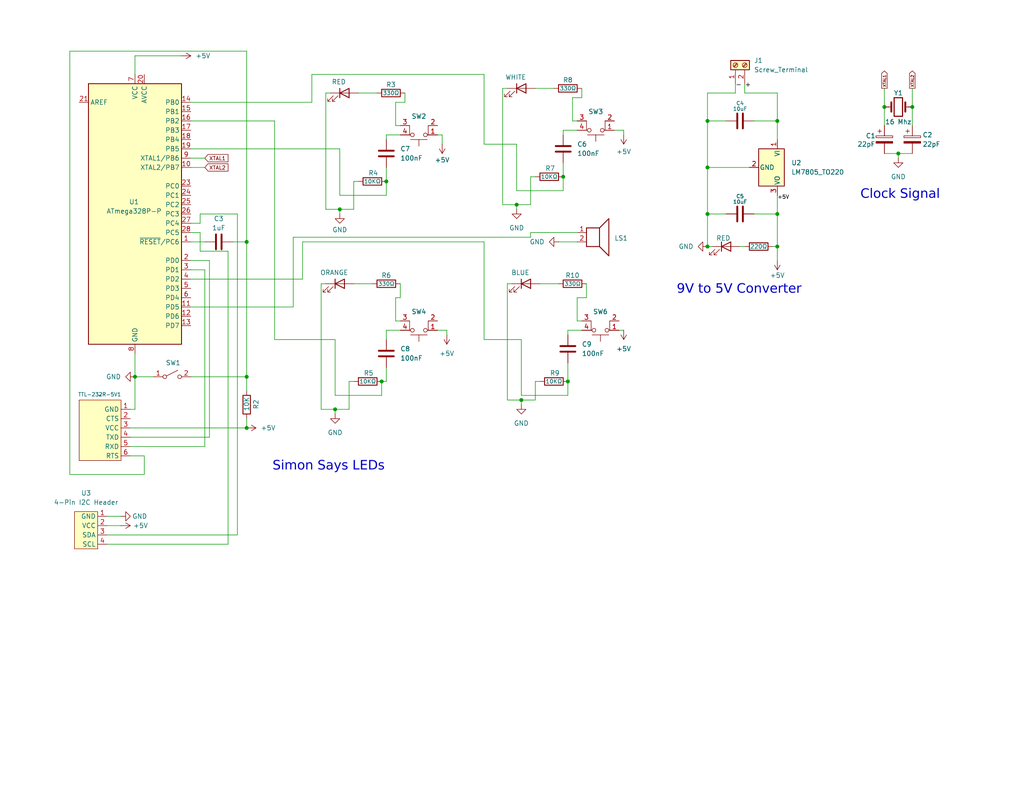
<source format=kicad_sch>
(kicad_sch (version 20231120) (generator "eeschema") (generator_version "8.0")
  (paper "USLetter")
  (title_block (title "Simon Says PCB") (date "2024-03-11") (company "Utah Valley University "))
  (lib_symbols
    (symbol "Connector:Screw_Terminal_01x02" (pin_names (offset 1.016) hide)
      (property "Reference" "J" (at 0 2.54 0))
      (property "Value" "Screw_Terminal_01x02" (at 0 -5.08 0))
      (symbol "Screw_Terminal_01x02_1_1"
        (rectangle (start -1.27 1.27) (end 1.27 -3.81) (stroke (width 0.254)) (fill (type background)))
        (circle (center 0 -2.54) (radius 0.635) (stroke (width 0.1524)))
        (polyline (pts (xy -0.5334 -2.2098) (xy 0.3302 -3.048)) (stroke (width 0.1524)))
        (polyline (pts (xy -0.5334 0.3302) (xy 0.3302 -0.508)) (stroke (width 0.1524)))
        (polyline (pts (xy -0.3556 -2.032) (xy 0.508 -2.8702)) (stroke (width 0.1524)))
        (polyline (pts (xy -0.3556 0.508) (xy 0.508 -0.3302)) (stroke (width 0.1524)))
        (circle (center 0 0) (radius 0.635) (stroke (width 0.1524)))
        (pin passive line (at -5.08 0 0) (length 3.81) (name "Pin_1") (number "1"))
        (pin passive line (at -5.08 -2.54 0) (length 3.81) (name "Pin_2") (number "2"))
      )
    )
    (symbol "Device:C" (pin_numbers hide) (pin_names (offset 0.254))
      (property "Reference" "C" (at 0.635 2.54 0))
      (property "Value" "C" (at 0.635 -2.54 0))
      (symbol "C_0_1"
        (polyline (pts (xy -2.032 -0.762) (xy 2.032 -0.762)) (stroke (width 0.508)))
        (polyline (pts (xy -2.032 0.762) (xy 2.032 0.762)) (stroke (width 0.508)))
      )
      (symbol "C_1_1"
        (pin passive line (at 0 3.81 270) (length 2.794) (name "~") (number "1"))
        (pin passive line (at 0 -3.81 90) (length 2.794) (name "~") (number "2"))
      )
    )
    (symbol "Device:C_Polarized" (pin_numbers hide) (pin_names (offset 0.254))
      (property "Reference" "C" (at 0.635 2.54 0))
      (property "Value" "C_Polarized" (at 0.635 -2.54 0))
      (symbol "C_Polarized_0_1"
        (rectangle (start -2.286 0.508) (end 2.286 1.016))
        (polyline (pts (xy -1.778 2.286) (xy -0.762 2.286)))
        (polyline (pts (xy -1.27 2.794) (xy -1.27 1.778)))
        (rectangle (start 2.286 -0.508) (end -2.286 -1.016) (fill (type outline)))
      )
      (symbol "C_Polarized_1_1"
        (pin passive line (at 0 3.81 270) (length 2.794) (name "~") (number "1"))
        (pin passive line (at 0 -3.81 90) (length 2.794) (name "~") (number "2"))
      )
    )
    (symbol "Device:Crystal" (pin_numbers hide) (pin_names (offset 1.016) hide)
      (property "Reference" "Y" (at 0 3.81 0))
      (property "Value" "Crystal" (at 0 -3.81 0))
      (symbol "Crystal_0_1"
        (rectangle (start -1.143 2.54) (end 1.143 -2.54) (stroke (width 0.3048)))
        (polyline (pts (xy -2.54 0) (xy -1.905 0)))
        (polyline (pts (xy -1.905 -1.27) (xy -1.905 1.27)) (stroke (width 0.508)))
        (polyline (pts (xy 1.905 -1.27) (xy 1.905 1.27)) (stroke (width 0.508)))
        (polyline (pts (xy 2.54 0) (xy 1.905 0)))
      )
      (symbol "Crystal_1_1"
        (pin passive line (at -3.81 0 0) (length 1.27) (name "1") (number "1"))
        (pin passive line (at 3.81 0 180) (length 1.27) (name "2") (number "2"))
      )
    )
    (symbol "Device:LED" (pin_numbers hide) (pin_names (offset 1.016) hide)
      (property "Reference" "D" (at 0 2.54 0))
      (property "Value" "LED" (at 0 -2.54 0))
      (symbol "LED_0_1"
        (polyline (pts (xy -1.27 -1.27) (xy -1.27 1.27)) (stroke (width 0.254)))
        (polyline (pts (xy -1.27 0) (xy 1.27 0)))
        (polyline (pts (xy 1.27 -1.27) (xy 1.27 1.27) (xy -1.27 0) (xy 1.27 -1.27)) (stroke (width 0.254)))
        (polyline (pts (xy -3.048 -0.762) (xy -4.572 -2.286) (xy -3.81 -2.286) (xy -4.572 -2.286) (xy -4.572 -1.524)))
        (polyline (pts (xy -1.778 -0.762) (xy -3.302 -2.286) (xy -2.54 -2.286) (xy -3.302 -2.286) (xy -3.302 -1.524)))
      )
      (symbol "LED_1_1"
        (pin passive line (at -3.81 0 0) (length 2.54) (name "K") (number "1"))
        (pin passive line (at 3.81 0 180) (length 2.54) (name "A") (number "2"))
      )
    )
    (symbol "Device:R" (pin_numbers hide) (pin_names (offset 0))
      (property "Reference" "R" (at 2.032 0 90))
      (property "Value" "R" (at 0 0 90))
      (symbol "R_0_1"
        (rectangle (start -1.016 -2.54) (end 1.016 2.54) (stroke (width 0.254)))
      )
      (symbol "R_1_1"
        (pin passive line (at 0 3.81 270) (length 1.27) (name "~") (number "1"))
        (pin passive line (at 0 -3.81 90) (length 1.27) (name "~") (number "2"))
      )
    )
    (symbol "Device:Speaker" (pin_names (offset 0) hide)
      (property "Reference" "LS" (at 1.27 5.715 0))
      (property "Value" "Speaker" (at 1.27 3.81 0))
      (symbol "Speaker_0_0"
        (rectangle (start -2.54 1.27) (end 1.016 -3.81) (stroke (width 0.254)))
        (polyline (pts (xy 1.016 1.27) (xy 3.556 3.81) (xy 3.556 -6.35) (xy 1.016 -3.81)) (stroke (width 0.254)))
      )
      (symbol "Speaker_1_1"
        (pin input line (at -5.08 0 0) (length 2.54) (name "1") (number "1"))
        (pin input line (at -5.08 -2.54 0) (length 2.54) (name "2") (number "2"))
      )
    )
    (symbol "FTDI Connection:FTDI_Connector"
      (property "Reference" "TTL-232R-5V" (at 5.588 -19.05 0))
      (symbol "FTDI_Connector_0_1"
        (rectangle (start 0 -1.27) (end 11.43 -17.78) (fill (type background)))
      )
      (symbol "FTDI_Connector_1_1"
        (pin passive line (at 13.97 -3.81 180) (length 2.54) (name "GND") (number "1"))
        (pin input line (at 13.97 -6.35 180) (length 2.54) (name "CTS") (number "2"))
        (pin power_out line (at 13.97 -8.89 180) (length 2.54) (name "VCC") (number "3"))
        (pin output line (at 13.97 -11.43 180) (length 2.54) (name "TXD") (number "4"))
        (pin input line (at 13.97 -13.97 180) (length 2.54) (name "RXD") (number "5"))
        (pin output line (at 13.97 -16.51 180) (length 2.54) (name "RTS") (number "6"))
      )
    )
    (symbol "LCD_I2C:4-Pin_I2C_Header"
      (property "Reference" "U" (at -0.254 2.286 0))
      (property "Value" "4-Pin I2C Header" (at -0.254 -0.254 0))
      (symbol "4-Pin_I2C_Header_0_1"
        (rectangle (start -3.81 -2.54) (end 2.54 -12.7) (fill (type background)))
      )
      (symbol "4-Pin_I2C_Header_1_1"
        (pin passive line (at 5.08 -3.81 180) (length 2.54) (name "GND") (number "1"))
        (pin input line (at 5.08 -6.35 180) (length 2.54) (name "VCC") (number "2"))
        (pin input line (at 5.08 -8.89 180) (length 2.54) (name "SDA") (number "3"))
        (pin input line (at 5.08 -11.43 180) (length 2.54) (name "SCL") (number "4"))
      )
    )
    (symbol "MCU_Microchip_ATmega:ATmega328P-P"
      (property "Reference" "U" (at -12.7 36.83 0))
      (property "Value" "ATmega328P-P" (at 2.54 -36.83 0))
      (symbol "ATmega328P-P_0_1"
        (rectangle (start -12.7 -35.56) (end 12.7 35.56) (stroke (width 0.254)) (fill (type background)))
      )
      (symbol "ATmega328P-P_1_1"
        (pin bidirectional line (at 15.24 -7.62 180) (length 2.54) (name "~{RESET}/PC6") (number "1"))
        (pin bidirectional line (at 15.24 12.7 180) (length 2.54) (name "XTAL2/PB7") (number "10"))
        (pin bidirectional line (at 15.24 -25.4 180) (length 2.54) (name "PD5") (number "11"))
        (pin bidirectional line (at 15.24 -27.94 180) (length 2.54) (name "PD6") (number "12"))
        (pin bidirectional line (at 15.24 -30.48 180) (length 2.54) (name "PD7") (number "13"))
        (pin bidirectional line (at 15.24 30.48 180) (length 2.54) (name "PB0") (number "14"))
        (pin bidirectional line (at 15.24 27.94 180) (length 2.54) (name "PB1") (number "15"))
        (pin bidirectional line (at 15.24 25.4 180) (length 2.54) (name "PB2") (number "16"))
        (pin bidirectional line (at 15.24 22.86 180) (length 2.54) (name "PB3") (number "17"))
        (pin bidirectional line (at 15.24 20.32 180) (length 2.54) (name "PB4") (number "18"))
        (pin bidirectional line (at 15.24 17.78 180) (length 2.54) (name "PB5") (number "19"))
        (pin bidirectional line (at 15.24 -12.7 180) (length 2.54) (name "PD0") (number "2"))
        (pin power_in line (at 2.54 38.1 270) (length 2.54) (name "AVCC") (number "20"))
        (pin passive line (at -15.24 30.48 0) (length 2.54) (name "AREF") (number "21"))
        (pin passive line (at 0 -38.1 90) (length 2.54) hide (name "GND") (number "22"))
        (pin bidirectional line (at 15.24 7.62 180) (length 2.54) (name "PC0") (number "23"))
        (pin bidirectional line (at 15.24 5.08 180) (length 2.54) (name "PC1") (number "24"))
        (pin bidirectional line (at 15.24 2.54 180) (length 2.54) (name "PC2") (number "25"))
        (pin bidirectional line (at 15.24 0 180) (length 2.54) (name "PC3") (number "26"))
        (pin bidirectional line (at 15.24 -2.54 180) (length 2.54) (name "PC4") (number "27"))
        (pin bidirectional line (at 15.24 -5.08 180) (length 2.54) (name "PC5") (number "28"))
        (pin bidirectional line (at 15.24 -15.24 180) (length 2.54) (name "PD1") (number "3"))
        (pin bidirectional line (at 15.24 -17.78 180) (length 2.54) (name "PD2") (number "4"))
        (pin bidirectional line (at 15.24 -20.32 180) (length 2.54) (name "PD3") (number "5"))
        (pin bidirectional line (at 15.24 -22.86 180) (length 2.54) (name "PD4") (number "6"))
        (pin power_in line (at 0 38.1 270) (length 2.54) (name "VCC") (number "7"))
        (pin power_in line (at 0 -38.1 90) (length 2.54) (name "GND") (number "8"))
        (pin bidirectional line (at 15.24 15.24 180) (length 2.54) (name "XTAL1/PB6") (number "9"))
      )
    )
    (symbol "Regulator_Linear:LM7805_TO220" (pin_names (offset 0.254))
      (property "Reference" "U" (at -3.81 3.175 0))
      (property "Value" "LM7805_TO220" (at 0 3.175 0))
      (symbol "LM7805_TO220_0_1"
        (rectangle (start -5.08 1.905) (end 5.08 -5.08) (stroke (width 0.254)) (fill (type background)))
      )
      (symbol "LM7805_TO220_1_1"
        (pin power_in line (at -7.62 0 0) (length 2.54) (name "VI") (number "1"))
        (pin power_in line (at 0 -7.62 90) (length 2.54) (name "GND") (number "2"))
        (pin power_out line (at 7.62 0 180) (length 2.54) (name "VO") (number "3"))
      )
    )
    (symbol "Switch:SW_MEC_5E" (pin_names (offset 1.016) hide)
      (property "Reference" "SW" (at 0.635 5.715 0))
      (property "Value" "SW_MEC_5E" (at 0 -3.175 0))
      (symbol "SW_MEC_5E_0_1"
        (circle (center -1.778 2.54) (radius 0.508))
        (polyline (pts (xy -2.286 3.81) (xy 2.286 3.81)))
        (polyline (pts (xy 0 3.81) (xy 0 5.588)))
        (polyline (pts (xy -2.54 0) (xy -2.54 2.54) (xy -2.286 2.54)))
        (polyline (pts (xy 2.54 0) (xy 2.54 2.54) (xy 2.286 2.54)))
        (circle (center 1.778 2.54) (radius 0.508))
        (pin passive line (at -5.08 2.54 0) (length 2.54) (name "1") (number "1"))
        (pin passive line (at -5.08 0 0) (length 2.54) (name "2") (number "2"))
        (pin passive line (at 5.08 0 180) (length 2.54) (name "K") (number "3"))
        (pin passive line (at 5.08 2.54 180) (length 2.54) (name "A") (number "4"))
      )
    )
    (symbol "Switch:SW_SPST" (pin_names (offset 0) hide)
      (property "Reference" "SW" (at 0 3.175 0))
      (property "Value" "SW_SPST" (at 0 -2.54 0))
      (symbol "SW_SPST_0_0"
        (circle (center -2.032 0) (radius 0.508))
        (polyline (pts (xy -1.524 0.254) (xy 1.524 1.778)))
        (circle (center 2.032 0) (radius 0.508))
      )
      (symbol "SW_SPST_1_1"
        (pin passive line (at -5.08 0 0) (length 2.54) (name "A") (number "1"))
        (pin passive line (at 5.08 0 180) (length 2.54) (name "B") (number "2"))
      )
    )
    (symbol "power:+5V" (power) (pin_numbers hide) (pin_names (offset 0) hide)
      (property "Value" "+5V" (at 0 3.556 0))
      (symbol "+5V_0_1"
        (polyline (pts (xy -0.762 1.27) (xy 0 2.54)))
        (polyline (pts (xy 0 0) (xy 0 2.54)))
        (polyline (pts (xy 0 2.54) (xy 0.762 1.27)))
      )
      (symbol "+5V_1_1"
        (pin power_in line (at 0 0 90) (length 0) (name "~") (number "1"))
      )
    )
    (symbol "power:GND" (power) (pin_numbers hide) (pin_names (offset 0) hide)
      (property "Value" "GND" (at 0 -3.81 0))
      (symbol "GND_0_1"
        (polyline (pts (xy 0 0) (xy 0 -1.27) (xy 1.27 -1.27) (xy 0 -2.54) (xy -1.27 -1.27) (xy 0 -1.27)))
      )
      (symbol "GND_1_1"
        (pin power_in line (at 0 0 270) (length 0) (name "~") (number "1"))
      )
    )
  )
  (junction (at 193.04 67.31))
  (junction (at 193.04 58.42))
  (junction (at 91.44 111.76))
  (junction (at 154.94 104.14))
  (junction (at 92.71 57.15))
  (junction (at 36.83 102.87))
  (junction (at 248.92 29.21))
  (junction (at 212.09 58.42))
  (junction (at 67.31 102.87))
  (junction (at 245.11 41.91))
  (junction (at 67.31 116.84))
  (junction (at 104.14 104.14))
  (junction (at 212.09 33.02))
  (junction (at 105.41 49.53))
  (junction (at 241.3 29.21))
  (junction (at 140.97 55.88))
  (junction (at 193.04 45.72))
  (junction (at 193.04 33.02))
  (junction (at 212.09 67.31))
  (junction (at 67.31 66.04))
  (junction (at 142.24 109.22))
  (junction (at 153.67 48.26))
  (wire (pts (xy 109.22 77.47) (xy 109.22 81.28)))
  (wire (pts (xy 248.92 29.21) (xy 248.92 34.29)))
  (wire (pts (xy 88.9 57.15) (xy 88.9 25.4)))
  (wire (pts (xy 120.65 36.83) (xy 120.65 39.37)))
  (wire (pts (xy 49.53 15.24) (xy 36.83 15.24)))
  (wire (pts (xy 153.67 35.56) (xy 157.48 35.56)))
  (wire (pts (xy 95.25 104.14) (xy 95.25 111.76)))
  (wire (pts (xy 87.63 77.47) (xy 88.9 77.47)))
  (wire (pts (xy 144.78 64.77) (xy 144.78 63.5)))
  (wire (pts (xy 36.83 102.87) (xy 41.91 102.87)))
  (wire (pts (xy 212.09 25.4) (xy 212.09 33.02)))
  (wire (pts (xy 156.21 26.67) (xy 158.75 26.67)))
  (wire (pts (xy 132.08 92.71) (xy 142.24 92.71)))
  (wire (pts (xy 241.3 29.21) (xy 241.3 34.29)))
  (wire (pts (xy 200.66 22.86) (xy 200.66 25.4)))
  (wire (pts (xy 248.92 24.13) (xy 248.92 29.21)))
  (wire (pts (xy 140.97 39.37) (xy 140.97 52.07)))
  (wire (pts (xy 105.41 104.14) (xy 104.14 104.14)))
  (wire (pts (xy 154.94 90.17) (xy 158.75 90.17)))
  (wire (pts (xy 91.44 92.71) (xy 91.44 107.95)))
  (wire (pts (xy 157.48 87.63) (xy 158.75 87.63)))
  (wire (pts (xy 54.61 63.5) (xy 52.07 63.5)))
  (wire (pts (xy 92.71 58.42) (xy 92.71 57.15)))
  (wire (pts (xy 107.95 27.94) (xy 107.95 34.29)))
  (wire (pts (xy 67.31 66.04) (xy 63.5 66.04)))
  (wire (pts (xy 241.3 24.13) (xy 241.3 29.21)))
  (wire (pts (xy 85.09 20.32) (xy 132.08 20.32)))
  (wire (pts (xy 156.21 26.67) (xy 156.21 33.02)))
  (wire (pts (xy 57.15 119.38) (xy 57.15 71.12)))
  (wire (pts (xy 170.18 35.56) (xy 170.18 36.83)))
  (wire (pts (xy 142.24 110.49) (xy 142.24 109.22)))
  (wire (pts (xy 54.61 60.96) (xy 52.07 60.96)))
  (wire (pts (xy 170.18 90.17) (xy 168.91 90.17)))
  (wire (pts (xy 138.43 77.47) (xy 139.7 77.47)))
  (wire (pts (xy 67.31 102.87) (xy 67.31 106.68)))
  (wire (pts (xy 210.82 67.31) (xy 212.09 67.31)))
  (wire (pts (xy 88.9 25.4) (xy 90.17 25.4)))
  (wire (pts (xy 212.09 67.31) (xy 212.09 71.12)))
  (wire (pts (xy 97.79 25.4) (xy 102.87 25.4)))
  (wire (pts (xy 157.48 81.28) (xy 157.48 87.63)))
  (wire (pts (xy 212.09 25.4) (xy 203.2 25.4)))
  (wire (pts (xy 152.4 66.04) (xy 157.48 66.04)))
  (wire (pts (xy 35.56 121.92) (xy 55.88 121.92)))
  (wire (pts (xy 144.78 63.5) (xy 157.48 63.5)))
  (wire (pts (xy 140.97 55.88) (xy 144.78 55.88)))
  (wire (pts (xy 154.94 99.06) (xy 154.94 104.14)))
  (wire (pts (xy 205.74 58.42) (xy 212.09 58.42)))
  (wire (pts (xy 92.71 40.64) (xy 92.71 53.34)))
  (wire (pts (xy 153.67 44.45) (xy 153.67 48.26)))
  (wire (pts (xy 105.41 36.83) (xy 109.22 36.83)))
  (wire (pts (xy 91.44 111.76) (xy 87.63 111.76)))
  (wire (pts (xy 54.61 68.58) (xy 54.61 63.5)))
  (wire (pts (xy 96.52 104.14) (xy 95.25 104.14)))
  (wire (pts (xy 121.92 90.17) (xy 121.92 91.44)))
  (wire (pts (xy 52.07 76.2) (xy 82.55 76.2)))
  (wire (pts (xy 52.07 66.04) (xy 55.88 66.04)))
  (wire (pts (xy 109.22 81.28) (xy 107.95 81.28)))
  (wire (pts (xy 105.41 36.83) (xy 105.41 38.1)))
  (wire (pts (xy 19.05 13.97) (xy 19.05 129.54)))
  (wire (pts (xy 193.04 45.72) (xy 193.04 33.02)))
  (wire (pts (xy 92.71 57.15) (xy 88.9 57.15)))
  (wire (pts (xy 157.48 81.28) (xy 160.02 81.28)))
  (wire (pts (xy 35.56 124.46) (xy 39.37 124.46)))
  (wire (pts (xy 52.07 102.87) (xy 67.31 102.87)))
  (wire (pts (xy 193.04 58.42) (xy 198.12 58.42)))
  (wire (pts (xy 241.3 41.91) (xy 245.11 41.91)))
  (wire (pts (xy 91.44 107.95) (xy 104.14 107.95)))
  (wire (pts (xy 62.23 148.59) (xy 62.23 68.58)))
  (wire (pts (xy 35.56 116.84) (xy 67.31 116.84)))
  (wire (pts (xy 119.38 90.17) (xy 121.92 90.17)))
  (wire (pts (xy 142.24 107.95) (xy 154.94 107.95)))
  (wire (pts (xy 91.44 113.03) (xy 91.44 111.76)))
  (wire (pts (xy 142.24 92.71) (xy 142.24 107.95)))
  (wire (pts (xy 119.38 36.83) (xy 120.65 36.83)))
  (wire (pts (xy 74.93 92.71) (xy 91.44 92.71)))
  (wire (pts (xy 92.71 57.15) (xy 96.52 57.15)))
  (wire (pts (xy 142.24 109.22) (xy 146.05 109.22)))
  (wire (pts (xy 107.95 81.28) (xy 107.95 87.63)))
  (wire (pts (xy 167.64 35.56) (xy 170.18 35.56)))
  (wire (pts (xy 92.71 53.34) (xy 105.41 53.34)))
  (wire (pts (xy 142.24 109.22) (xy 138.43 109.22)))
  (wire (pts (xy 36.83 111.76) (xy 35.56 111.76)))
  (wire (pts (xy 105.41 90.17) (xy 105.41 92.71)))
  (wire (pts (xy 140.97 57.15) (xy 140.97 55.88)))
  (wire (pts (xy 29.21 146.05) (xy 64.77 146.05)))
  (wire (pts (xy 107.95 34.29) (xy 109.22 34.29)))
  (wire (pts (xy 67.31 13.97) (xy 67.31 66.04)))
  (wire (pts (xy 105.41 45.72) (xy 105.41 49.53)))
  (wire (pts (xy 137.16 24.13) (xy 138.43 24.13)))
  (wire (pts (xy 96.52 77.47) (xy 101.6 77.47)))
  (wire (pts (xy 158.75 26.67) (xy 158.75 24.13)))
  (wire (pts (xy 110.49 27.94) (xy 110.49 25.4)))
  (wire (pts (xy 107.95 27.94) (xy 110.49 27.94)))
  (wire (pts (xy 193.04 25.4) (xy 200.66 25.4)))
  (wire (pts (xy 36.83 15.24) (xy 36.83 20.32)))
  (wire (pts (xy 137.16 55.88) (xy 137.16 24.13)))
  (wire (pts (xy 74.93 33.02) (xy 74.93 92.71)))
  (wire (pts (xy 140.97 55.88) (xy 137.16 55.88)))
  (wire (pts (xy 193.04 25.4) (xy 193.04 33.02)))
  (wire (pts (xy 29.21 148.59) (xy 62.23 148.59)))
  (wire (pts (xy 29.21 140.97) (xy 33.02 140.97)))
  (wire (pts (xy 203.2 22.86) (xy 203.2 25.4)))
  (wire (pts (xy 146.05 104.14) (xy 146.05 109.22)))
  (wire (pts (xy 154.94 104.14) (xy 154.94 107.95)))
  (wire (pts (xy 107.95 87.63) (xy 109.22 87.63)))
  (wire (pts (xy 52.07 27.94) (xy 85.09 27.94)))
  (wire (pts (xy 29.21 143.51) (xy 33.02 143.51)))
  (wire (pts (xy 80.01 64.77) (xy 144.78 64.77)))
  (wire (pts (xy 132.08 20.32) (xy 132.08 39.37)))
  (wire (pts (xy 87.63 111.76) (xy 87.63 77.47)))
  (wire (pts (xy 160.02 81.28) (xy 160.02 77.47)))
  (wire (pts (xy 138.43 109.22) (xy 138.43 77.47)))
  (wire (pts (xy 105.41 49.53) (xy 105.41 53.34)))
  (wire (pts (xy 39.37 124.46) (xy 39.37 129.54)))
  (wire (pts (xy 52.07 40.64) (xy 92.71 40.64)))
  (wire (pts (xy 193.04 67.31) (xy 193.04 58.42)))
  (wire (pts (xy 212.09 33.02) (xy 212.09 38.1)))
  (wire (pts (xy 85.09 27.94) (xy 85.09 20.32)))
  (wire (pts (xy 39.37 129.54) (xy 19.05 129.54)))
  (wire (pts (xy 193.04 45.72) (xy 204.47 45.72)))
  (wire (pts (xy 19.05 13.97) (xy 67.31 13.97)))
  (wire (pts (xy 212.09 53.34) (xy 212.09 58.42)))
  (wire (pts (xy 96.52 49.53) (xy 96.52 57.15)))
  (wire (pts (xy 82.55 66.04) (xy 132.08 66.04)))
  (wire (pts (xy 245.11 41.91) (xy 245.11 43.18)))
  (wire (pts (xy 156.21 33.02) (xy 157.48 33.02)))
  (wire (pts (xy 52.07 71.12) (xy 57.15 71.12)))
  (wire (pts (xy 146.05 24.13) (xy 151.13 24.13)))
  (wire (pts (xy 205.74 33.02) (xy 212.09 33.02)))
  (wire (pts (xy 91.44 111.76) (xy 95.25 111.76)))
  (wire (pts (xy 193.04 33.02) (xy 198.12 33.02)))
  (wire (pts (xy 62.23 68.58) (xy 54.61 68.58)))
  (wire (pts (xy 144.78 48.26) (xy 144.78 55.88)))
  (wire (pts (xy 140.97 52.07) (xy 153.67 52.07)))
  (wire (pts (xy 97.79 49.53) (xy 96.52 49.53)))
  (wire (pts (xy 52.07 45.72) (xy 55.88 45.72)))
  (wire (pts (xy 82.55 76.2) (xy 82.55 66.04)))
  (wire (pts (xy 64.77 146.05) (xy 64.77 58.42)))
  (wire (pts (xy 154.94 90.17) (xy 154.94 91.44)))
  (wire (pts (xy 147.32 104.14) (xy 146.05 104.14)))
  (wire (pts (xy 153.67 48.26) (xy 153.67 52.07)))
  (wire (pts (xy 132.08 66.04) (xy 132.08 92.71)))
  (wire (pts (xy 35.56 119.38) (xy 57.15 119.38)))
  (wire (pts (xy 54.61 58.42) (xy 54.61 60.96)))
  (wire (pts (xy 104.14 104.14) (xy 104.14 107.95)))
  (wire (pts (xy 201.93 67.31) (xy 203.2 67.31)))
  (wire (pts (xy 132.08 39.37) (xy 140.97 39.37)))
  (wire (pts (xy 248.92 41.91) (xy 245.11 41.91)))
  (wire (pts (xy 80.01 83.82) (xy 80.01 64.77)))
  (wire (pts (xy 153.67 35.56) (xy 153.67 36.83)))
  (wire (pts (xy 147.32 77.47) (xy 152.4 77.47)))
  (wire (pts (xy 52.07 43.18) (xy 55.88 43.18)))
  (wire (pts (xy 52.07 83.82) (xy 80.01 83.82)))
  (wire (pts (xy 105.41 90.17) (xy 109.22 90.17)))
  (wire (pts (xy 55.88 121.92) (xy 55.88 73.66)))
  (wire (pts (xy 36.83 111.76) (xy 36.83 102.87)))
  (wire (pts (xy 105.41 100.33) (xy 105.41 104.14)))
  (wire (pts (xy 146.05 48.26) (xy 144.78 48.26)))
  (wire (pts (xy 193.04 67.31) (xy 194.31 67.31)))
  (wire (pts (xy 67.31 66.04) (xy 67.31 102.87)))
  (wire (pts (xy 64.77 58.42) (xy 54.61 58.42)))
  (wire (pts (xy 212.09 67.31) (xy 212.09 58.42)))
  (wire (pts (xy 52.07 33.02) (xy 74.93 33.02)))
  (wire (pts (xy 36.83 102.87) (xy 36.83 96.52)))
  (wire (pts (xy 67.31 114.3) (xy 67.31 116.84)))
  (wire (pts (xy 52.07 73.66) (xy 55.88 73.66)))
  (wire (pts (xy 193.04 58.42) (xy 193.04 45.72)))
  (text "Simon Says LEDs" (at 89.662 128.016 0) (effects (font (size 2.54 2.54))))
  (text "Clock Signal\n" (at 245.618 53.848 0) (effects (font (size 2.54 2.54))))
  (text "9V to 5V Converter\n" (at 201.676 79.756 0) (effects (font (size 2.54 2.54))))
  (label "-" (at 200.66 24.13 0))
  (label "+" (at 203.2 24.13 0))
  (label "+5V" (at 212.09 54.61 0) (effects (font (size 1.016 1.016))))
  (global_label "XTAL1" (shape input) (at 55.88 43.18 0) (effects (font (size 1.016 1.016))) (property "Intersheetrefs" "${INTERSHEET_REFS}" (effects (hide yes))))
  (global_label "XTAL2" (shape output) (at 248.92 24.13 90) (effects (font (size 0.762 0.762))) (property "Intersheetrefs" "${INTERSHEET_REFS}" (effects (hide yes))))
  (global_label "XTAL1" (shape output) (at 241.3 24.13 90) (effects (font (size 0.762 0.762))) (property "Intersheetrefs" "${INTERSHEET_REFS}" (effects (hide yes))))
  (global_label "XTAL2" (shape input) (at 55.88 45.72 0) (effects (font (size 1.016 1.016))) (property "Intersheetrefs" "${INTERSHEET_REFS}" (effects (hide yes))))
  (symbol (lib_id "Switch:SW_MEC_5E") (at 114.3 87.63 180) (unit 1)
    (property "Reference" "SW4" (at 114.3 85.09 0))
    (property "Value" "SW_MEC_5E" (effects (hide yes)))
    (property "Datasheet" "http://www.apem.com/int/index.php?controller=attachment&id_attachment=1371" (effects (hide yes)))
    (property "Description" "MEC 5E single pole normally-open tactile switch" (effects (hide yes)))
  )
  (symbol (lib_id "Device:Crystal") (at 245.11 29.21 0) (unit 1)
    (property "Reference" "Y1" (at 245.11 25.4 0))
    (property "Value" "16 Mhz" (at 245.11 33.274 0))
    (property "Description" "Two pin crystal" (effects (hide yes)))
  )
  (symbol (lib_id "Device:LED") (at 198.12 67.31 0) (unit 1)
    (property "Reference" "D1" (effects (hide yes)))
    (property "Value" "RED" (at 197.358 65.024 0))
    (property "Description" "Light emitting diode" (effects (hide yes)))
  )
  (symbol (lib_id "power:GND") (at 142.24 110.49 0) (unit 1)
    (property "Reference" "#PWR013" (effects (hide yes)))
    (property "Value" "GND" (at 142.24 115.57 0))
    (property "Description" "Power symbol creates a global label with name \"GND\" , ground" (effects (hide yes)))
  )
  (symbol (lib_id "power:GND") (at 92.71 58.42 0) (unit 1)
    (property "Reference" "#PWR08" (effects (hide yes)))
    (property "Value" "GND" (at 92.71 62.738 0))
    (property "Description" "Power symbol creates a global label with name \"GND\" , ground" (effects (hide yes)))
  )
  (symbol (lib_id "Device:Speaker") (at 162.56 63.5 0) (unit 1)
    (property "Reference" "LS1" (at 167.64 65.024 0) (effects (justify left)))
    (property "Value" "Speaker" (effects (hide yes)))
    (property "Description" "Speaker" (effects (hide yes)))
  )
  (symbol (lib_id "Device:R") (at 207.01 67.31 90) (unit 1)
    (property "Reference" "R1" (effects (hide yes)))
    (property "Value" "220Ω" (at 207.01 67.31 90) (effects (font (size 1.143 1.143))))
    (property "Description" "Resistor" (effects (hide yes)))
  )
  (symbol (lib_id "Switch:SW_MEC_5E") (at 114.3 34.29 180) (unit 1)
    (property "Reference" "SW2" (at 114.3 31.75 0))
    (property "Value" "SW_MEC_5E" (effects (hide yes)))
    (property "Datasheet" "http://www.apem.com/int/index.php?controller=attachment&id_attachment=1371" (effects (hide yes)))
    (property "Description" "MEC 5E single pole normally-open tactile switch" (effects (hide yes)))
  )
  (symbol (lib_id "Device:R") (at 105.41 77.47 90) (unit 1)
    (property "Reference" "R6" (at 105.41 75.184 90))
    (property "Value" "330Ω" (at 105.41 77.47 90) (effects (font (size 1.1 1.1))))
    (property "Description" "Resistor" (effects (hide yes)))
  )
  (symbol (lib_id "Device:R") (at 100.33 104.14 90) (unit 1)
    (property "Reference" "R5" (at 100.584 101.854 90))
    (property "Value" "10KΩ" (at 100.33 104.14 90) (effects (font (size 1.1 1.1))))
    (property "Description" "Resistor" (effects (hide yes)))
  )
  (symbol (lib_id "Device:C") (at 154.94 95.25 0) (unit 1)
    (property "Reference" "C9" (at 158.75 93.9799 0) (effects (justify left)))
    (property "Value" "100nF" (at 158.75 96.5199 0) (effects (justify left)))
    (property "Description" "Unpolarized capacitor" (effects (hide yes)))
  )
  (symbol (lib_id "power:+5V") (at 170.18 90.17 180) (unit 1)
    (property "Reference" "#PWR014" (effects (hide yes)))
    (property "Value" "+5V" (at 170.18 95.25 0))
    (property "Description" "Power symbol creates a global label with name \"+5V\"" (effects (hide yes)))
  )
  (symbol (lib_id "LCD_I2C:4-Pin_I2C_Header") (at 24.13 137.16 0) (unit 1)
    (property "Reference" "U3" (at 23.495 134.62 0))
    (property "Value" "4-Pin I2C Header" (at 23.495 137.16 0))
  )
  (symbol (lib_id "Device:R") (at 101.6 49.53 90) (unit 1)
    (property "Reference" "R4" (at 101.854 47.244 90))
    (property "Value" "10KΩ" (at 101.6 49.53 90) (effects (font (size 1.1 1.1))))
    (property "Description" "Resistor" (effects (hide yes)))
  )
  (symbol (lib_id "power:GND") (at 245.11 43.18 0) (unit 1)
    (property "Reference" "#PWR01" (effects (hide yes)))
    (property "Value" "GND" (at 245.11 48.26 0))
    (property "Description" "Power symbol creates a global label with name \"GND\" , ground" (effects (hide yes)))
  )
  (symbol (lib_id "Device:LED") (at 93.98 25.4 0) (unit 1)
    (property "Reference" "D2" (effects (hide yes)))
    (property "Value" "RED" (at 92.456 22.352 0))
    (property "Description" "Light emitting diode" (effects (hide yes)))
  )
  (symbol (lib_id "power:GND") (at 140.97 57.15 0) (unit 1)
    (property "Reference" "#PWR011" (effects (hide yes)))
    (property "Value" "GND" (at 140.97 62.23 0))
    (property "Description" "Power symbol creates a global label with name \"GND\" , ground" (effects (hide yes)))
  )
  (symbol (lib_id "Device:C_Polarized") (at 241.3 38.1 0) (unit 1)
    (property "Reference" "C1" (at 236.22 37.084 0) (effects (justify left)))
    (property "Value" "22pF" (at 233.934 39.37 0) (effects (justify left)))
    (property "Description" "Polarized capacitor" (effects (hide yes)))
  )
  (symbol (lib_id "power:GND") (at 193.04 67.31 270) (unit 1)
    (property "Reference" "#PWR03" (effects (hide yes)))
    (property "Value" "GND" (at 189.23 67.3099 90) (effects (justify right)))
    (property "Description" "Power symbol creates a global label with name \"GND\" , ground" (effects (hide yes)))
  )
  (symbol (lib_id "power:+5V") (at 121.92 91.44 180) (unit 1)
    (property "Reference" "#PWR010" (effects (hide yes)))
    (property "Value" "+5V" (at 121.92 96.52 0))
    (property "Description" "Power symbol creates a global label with name \"+5V\"" (effects (hide yes)))
  )
  (symbol (lib_id "power:+5V") (at 212.09 71.12 180) (unit 1)
    (property "Reference" "#PWR04" (effects (hide yes)))
    (property "Value" "+5V" (at 212.09 75.184 0))
    (property "Description" "Power symbol creates a global label with name \"+5V\"" (effects (hide yes)))
  )
  (symbol (lib_id "power:+5V") (at 33.02 143.51 270) (unit 1)
    (property "Reference" "#PWR016" (effects (hide yes)))
    (property "Value" "+5V" (at 36.322 143.51 90) (effects (justify left)))
    (property "Description" "Power symbol creates a global label with name \"+5V\"" (effects (hide yes)))
  )
  (symbol (lib_id "Device:C_Polarized") (at 248.92 38.1 0) (unit 1)
    (property "Reference" "C2" (at 251.714 36.83 0) (effects (justify left)))
    (property "Value" "22pF" (at 251.714 39.37 0) (effects (justify left)))
    (property "Description" "Polarized capacitor" (effects (hide yes)))
  )
  (symbol (lib_id "Device:LED") (at 92.71 77.47 0) (unit 1)
    (property "Reference" "D3" (effects (hide yes)))
    (property "Value" "ORANGE" (at 91.186 74.422 0))
    (property "Description" "Light emitting diode" (effects (hide yes)))
  )
  (symbol (lib_id "Device:R") (at 149.86 48.26 90) (unit 1)
    (property "Reference" "R7" (at 150.114 45.974 90))
    (property "Value" "10KΩ" (at 149.86 48.26 90) (effects (font (size 1.1 1.1))))
    (property "Description" "Resistor" (effects (hide yes)))
  )
  (symbol (lib_id "power:GND") (at 91.44 113.03 0) (unit 1)
    (property "Reference" "#PWR09" (effects (hide yes)))
    (property "Value" "GND" (at 91.44 118.11 0))
    (property "Description" "Power symbol creates a global label with name \"GND\" , ground" (effects (hide yes)))
  )
  (symbol (lib_id "Device:R") (at 156.21 77.47 90) (unit 1)
    (property "Reference" "R10" (at 156.21 75.184 90))
    (property "Value" "330Ω" (at 156.21 77.47 90) (effects (font (size 1.1 1.1))))
    (property "Description" "Resistor" (effects (hide yes)))
  )
  (symbol (lib_id "power:+5V") (at 67.31 116.84 270) (unit 1)
    (property "Reference" "#PWR02" (effects (hide yes)))
    (property "Value" "+5V" (at 71.12 116.8399 90) (effects (justify left)))
    (property "Description" "Power symbol creates a global label with name \"+5V\"" (effects (hide yes)))
  )
  (symbol (lib_id "FTDI Connection:FTDI_Connector") (at 21.59 107.95 0) (unit 1)
    (property "Reference" "TTL-232R-5V1" (at 27.178 107.696 0) (effects (font (size 1.016 1.016))))
    (property "Value" "~" (at 27.305 107.95 0))
  )
  (symbol (lib_id "Device:LED") (at 143.51 77.47 0) (unit 1)
    (property "Reference" "D5" (effects (hide yes)))
    (property "Value" "BLUE" (at 141.986 74.422 0))
    (property "Description" "Light emitting diode" (effects (hide yes)))
  )
  (symbol (lib_id "Connector:Screw_Terminal_01x02") (at 200.66 17.78 90) (unit 1)
    (property "Reference" "J1" (at 205.74 16.5099 90) (effects (justify right)))
    (property "Value" "Screw_Terminal" (at 205.74 19.0499 90) (effects (justify right)))
    (property "Description" "Generic screw terminal, single row, 01x02, script generated (kicad-library-utils/schlib/autogen/connector/)" (effects (hide yes)))
  )
  (symbol (lib_id "Device:R") (at 154.94 24.13 90) (unit 1)
    (property "Reference" "R8" (at 154.94 21.844 90))
    (property "Value" "330Ω" (at 154.94 24.13 90) (effects (font (size 1.1 1.1))))
    (property "Description" "Resistor" (effects (hide yes)))
  )
  (symbol (lib_id "MCU_Microchip_ATmega:ATmega328P-P") (at 36.83 58.42 0) (unit 1)
    (property "Reference" "U1" (at 36.576 55.118 0))
    (property "Value" "ATmega328P-P" (at 36.576 57.658 0))
    (property "Footprint" "Package_DIP:DIP-28_W7.62mm" (effects (hide yes)))
    (property "Datasheet" "http://ww1.microchip.com/downloads/en/DeviceDoc/ATmega328_P%20AVR%20MCU%20with%20picoPower%20Technology%20Data%20Sheet%2040001984A.pdf" (effects (hide yes)))
    (property "Description" "20MHz, 32kB Flash, 2kB SRAM, 1kB EEPROM, DIP-28" (effects (hide yes)))
  )
  (symbol (lib_id "Switch:SW_MEC_5E") (at 162.56 33.02 180) (unit 1)
    (property "Reference" "SW3" (at 162.56 30.48 0))
    (property "Value" "SW_MEC_5E" (effects (hide yes)))
    (property "Datasheet" "http://www.apem.com/int/index.php?controller=attachment&id_attachment=1371" (effects (hide yes)))
    (property "Description" "MEC 5E single pole normally-open tactile switch" (effects (hide yes)))
  )
  (symbol (lib_id "Device:C") (at 201.93 33.02 90) (unit 1)
    (property "Reference" "C4" (at 201.93 28.194 90) (effects (font (size 1.016 1.016))))
    (property "Value" "10uF" (at 201.93 29.718 90) (effects (font (size 1.016 1.016))))
    (property "Description" "Unpolarized capacitor" (effects (hide yes)))
  )
  (symbol (lib_id "Device:C") (at 201.93 58.42 90) (unit 1)
    (property "Reference" "C5" (at 201.93 53.594 90) (effects (font (size 1.016 1.016))))
    (property "Value" "10uF" (at 201.93 55.118 90) (effects (font (size 1.016 1.016))))
    (property "Description" "Unpolarized capacitor" (effects (hide yes)))
  )
  (symbol (lib_id "Device:C") (at 105.41 96.52 0) (unit 1)
    (property "Reference" "C8" (at 109.22 95.2499 0) (effects (justify left)))
    (property "Value" "100nF" (at 109.22 97.7899 0) (effects (justify left)))
    (property "Description" "Unpolarized capacitor" (effects (hide yes)))
  )
  (symbol (lib_id "Device:LED") (at 142.24 24.13 0) (unit 1)
    (property "Reference" "D4" (effects (hide yes)))
    (property "Value" "WHITE" (at 140.716 21.082 0))
    (property "Description" "Light emitting diode" (effects (hide yes)))
  )
  (symbol (lib_id "Device:R") (at 67.31 110.49 0) (unit 1)
    (property "Reference" "R2" (at 69.85 111.76 90) (effects (justify left)))
    (property "Value" "10K" (at 67.31 112.268 90) (effects (justify left)))
    (property "Description" "Resistor" (effects (hide yes)))
  )
  (symbol (lib_id "Device:C") (at 59.69 66.04 90) (unit 1)
    (property "Reference" "C3" (at 59.69 59.69 90))
    (property "Value" "1uF" (at 59.69 62.23 90))
    (property "Description" "Unpolarized capacitor" (effects (hide yes)))
  )
  (symbol (lib_id "Device:C") (at 153.67 40.64 0) (unit 1)
    (property "Reference" "C6" (at 157.48 39.3699 0) (effects (justify left)))
    (property "Value" "100nF" (at 157.48 41.9099 0) (effects (justify left)))
    (property "Description" "Unpolarized capacitor" (effects (hide yes)))
  )
  (symbol (lib_id "Switch:SW_SPST") (at 46.99 102.87 0) (unit 1)
    (property "Reference" "SW1" (at 47.244 99.06 0))
    (property "Value" "SW_SPST" (effects (hide yes)))
    (property "Description" "Single Pole Single Throw (SPST) switch" (effects (hide yes)))
  )
  (symbol (lib_id "power:GND") (at 152.4 66.04 270) (unit 1)
    (property "Reference" "#PWR015" (effects (hide yes)))
    (property "Value" "GND" (at 148.59 66.0399 90) (effects (justify right)))
    (property "Description" "Power symbol creates a global label with name \"GND\" , ground" (effects (hide yes)))
  )
  (symbol (lib_id "Switch:SW_MEC_5E") (at 163.83 87.63 180) (unit 1)
    (property "Reference" "SW6" (at 163.83 85.09 0))
    (property "Value" "SW_MEC_5E" (effects (hide yes)))
    (property "Datasheet" "http://www.apem.com/int/index.php?controller=attachment&id_attachment=1371" (effects (hide yes)))
    (property "Description" "MEC 5E single pole normally-open tactile switch" (effects (hide yes)))
  )
  (symbol (lib_id "Device:R") (at 151.13 104.14 90) (unit 1)
    (property "Reference" "R9" (at 151.384 101.854 90))
    (property "Value" "10KΩ" (at 151.13 104.14 90) (effects (font (size 1.1 1.1))))
    (property "Description" "Resistor" (effects (hide yes)))
  )
  (symbol (lib_id "Regulator_Linear:LM7805_TO220") (at 212.09 45.72 270) (unit 1)
    (property "Reference" "U2" (at 215.9 44.4499 90) (effects (justify left)))
    (property "Value" "LM7805_TO220" (at 215.9 46.9899 90) (effects (justify left)))
    (property "Footprint" "Package_TO_SOT_THT:TO-220-3_Vertical" (effects (hide yes)))
    (property "Datasheet" "https://www.onsemi.cn/PowerSolutions/document/MC7800-D.PDF" (effects (hide yes)))
    (property "Description" "Positive 1A 35V Linear Regulator, Fixed Output 5V, TO-220" (effects (hide yes)))
  )
  (symbol (lib_id "power:GND") (at 33.02 140.97 90) (unit 1)
    (property "Reference" "#PWR017" (effects (hide yes)))
    (property "Value" "GND" (at 36.068 140.97 90) (effects (justify right)))
    (property "Description" "Power symbol creates a global label with name \"GND\" , ground" (effects (hide yes)))
  )
  (symbol (lib_id "power:+5V") (at 120.65 39.37 180) (unit 1)
    (property "Reference" "#PWR07" (effects (hide yes)))
    (property "Value" "+5V" (at 120.65 43.688 0))
    (property "Description" "Power symbol creates a global label with name \"+5V\"" (effects (hide yes)))
  )
  (symbol (lib_id "Device:R") (at 106.68 25.4 90) (unit 1)
    (property "Reference" "R3" (at 106.68 23.114 90))
    (property "Value" "330Ω" (at 106.68 25.4 90) (effects (font (size 1.1 1.1))))
    (property "Description" "Resistor" (effects (hide yes)))
  )
  (symbol (lib_id "power:+5V") (at 49.53 15.24 270) (unit 1)
    (property "Reference" "#PWR05" (effects (hide yes)))
    (property "Value" "+5V" (at 53.34 15.2399 90) (effects (justify left)))
    (property "Description" "Power symbol creates a global label with name \"+5V\"" (effects (hide yes)))
  )
  (symbol (lib_id "Device:C") (at 105.41 41.91 0) (unit 1)
    (property "Reference" "C7" (at 109.22 40.6399 0) (effects (justify left)))
    (property "Value" "100nF" (at 109.22 43.1799 0) (effects (justify left)))
    (property "Description" "Unpolarized capacitor" (effects (hide yes)))
  )
  (symbol (lib_id "power:+5V") (at 170.18 36.83 180) (unit 1)
    (property "Reference" "#PWR012" (effects (hide yes)))
    (property "Value" "+5V" (at 170.18 41.402 0))
    (property "Description" "Power symbol creates a global label with name \"+5V\"" (effects (hide yes)))
  )
  (symbol (lib_id "power:GND") (at 36.83 102.87 270) (unit 1)
    (property "Reference" "#PWR06" (effects (hide yes)))
    (property "Value" "GND" (at 33.02 102.8699 90) (effects (justify right)))
    (property "Description" "Power symbol creates a global label with name \"GND\" , ground" (effects (hide yes)))
  )
)
</source>
